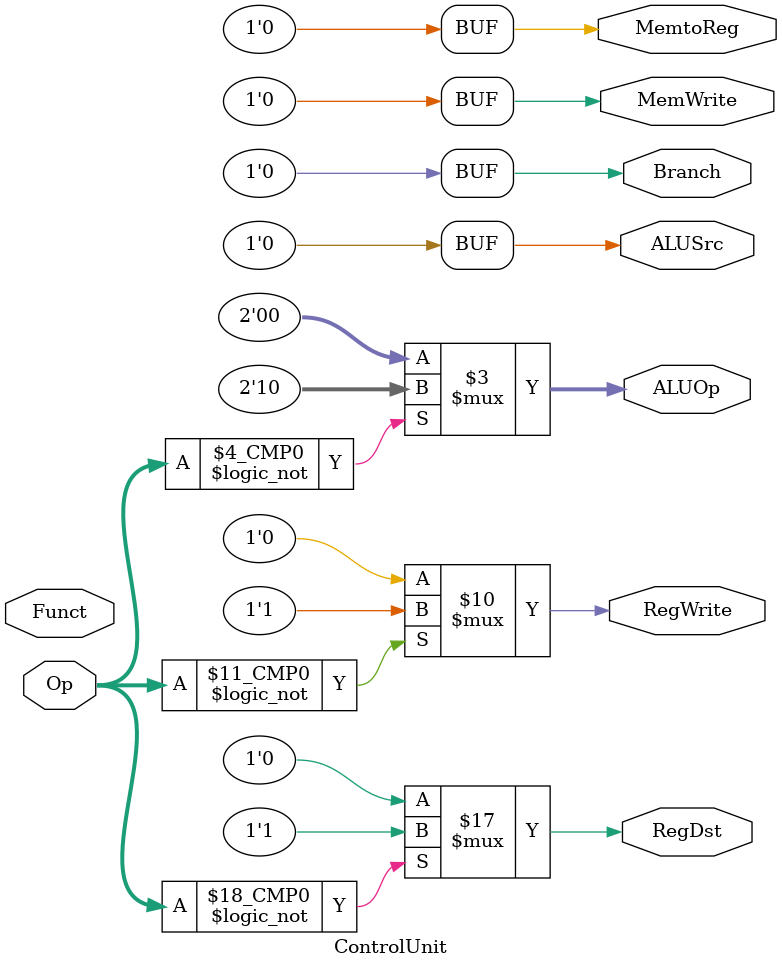
<source format=v>
module ControlUnit(
    input [5:0] Op, 
    input [5:0] Funct,
    output reg [1:0] ALUOp,
    output reg MemtoReg, MemWrite, Branch, ALUSrc, RegDst, RegWrite
);

always @(Op or Funct) begin
    case (Op)
        6'b000000: begin // R-type
            RegDst <= 1;
            ALUSrc <= 0;
            MemtoReg <= 0;
            RegWrite <= 1;
            MemWrite <= 0;
            Branch <= 0;
            ALUOp <= 2'b10;
        end
        // Add more instruction types here
        default: begin
            // Set default values
            RegDst <= 0;
            ALUSrc <= 0;
            MemtoReg <= 0;
            RegWrite <= 0;
            MemWrite <= 0;
            Branch <= 0;
            ALUOp <= 2'b00;
        end
    endcase
end

endmodule

</source>
